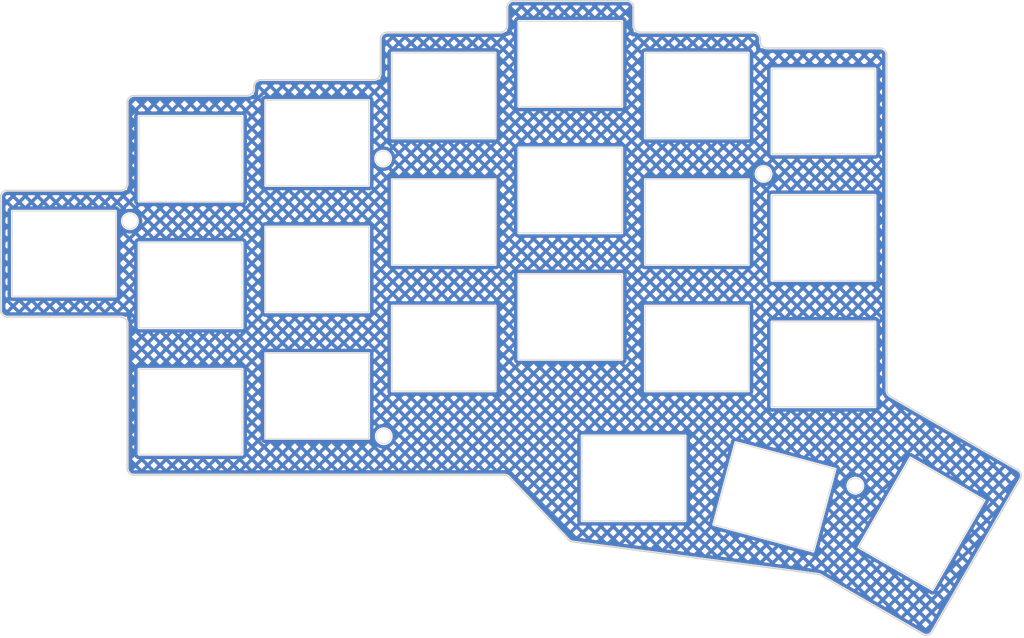
<source format=kicad_pcb>
(kicad_pcb (version 20211014) (generator pcbnew)
  (layers (0 "F.Cu" signal) (31 "B.Cu" signal) (34 "B.Paste" user) (35 "F.Paste" user) (36 "B.SilkS" user "B.Silkscreen") (37 "F.SilkS" user "F.Silkscreen") (38 "B.Mask" user) (39 "F.Mask" user) (44 "Edge.Cuts" user))
  (net 0 "")
  (footprint "kbd:SW_Hole_ALPS" (layer "F.Cu") (at 42.721463 76.099368)
    (fp_text reference "K18" hide)
    (fp_text value "KEYSW" hide)
    (fp_line (start -7.75 -6.4) (end -7.75 6.4) (layer "Edge.Cuts") (width 0.12))
    (fp_line (start 7.75 6.4) (end 7.75 -6.4) (layer "Edge.Cuts") (width 0.12))
    (fp_line (start 7.75 -6.4) (end -7.75 -6.4) (layer "Edge.Cuts") (width 0.12))
    (fp_line (start -7.75 6.4) (end 7.75 6.4) (layer "Edge.Cuts") (width 0.12))
  )
  (footprint "kbd:SW_Hole_ALPS" (layer "F.Cu") (at 118.721463 47.599367)
    (fp_text reference "K21" hide)
    (fp_text value "KEYSW" hide)
    (fp_line (start 7.75 6.4) (end 7.75 -6.4) (layer "Edge.Cuts") (width 0.12))
    (fp_line (start -7.75 6.4) (end 7.75 6.4) (layer "Edge.Cuts") (width 0.12))
    (fp_line (start 7.75 -6.4) (end -7.75 -6.4) (layer "Edge.Cuts") (width 0.12))
    (fp_line (start -7.75 -6.4) (end -7.75 6.4) (layer "Edge.Cuts") (width 0.12))
  )
  (footprint "kbd:SW_Hole_ALPS" (layer "F.Cu") (at 42.721463 57.099368)
    (fp_text reference "K14" hide)
    (fp_text value "KEYSW" hide)
    (fp_line (start -7.75 -6.4) (end -7.75 6.4) (layer "Edge.Cuts") (width 0.12))
    (fp_line (start -7.75 6.4) (end 7.75 6.4) (layer "Edge.Cuts") (width 0.12))
    (fp_line (start 7.75 -6.4) (end -7.75 -6.4) (layer "Edge.Cuts") (width 0.12))
    (fp_line (start 7.75 6.4) (end 7.75 -6.4) (layer "Edge.Cuts") (width 0.12))
  )
  (footprint "kbd:SW_Hole_ALPS" (layer "F.Cu") (at 61.721463 35.724368)
    (fp_text reference "K13" hide)
    (fp_text value "KEYSW" hide)
    (fp_line (start 7.75 -6.4) (end -7.75 -6.4) (layer "Edge.Cuts") (width 0.12))
    (fp_line (start -7.75 6.4) (end 7.75 6.4) (layer "Edge.Cuts") (width 0.12))
    (fp_line (start -7.75 -6.4) (end -7.75 6.4) (layer "Edge.Cuts") (width 0.12))
    (fp_line (start 7.75 6.4) (end 7.75 -6.4) (layer "Edge.Cuts") (width 0.12))
  )
  (footprint "kbd:SW_Hole_ALPS" (layer "F.Cu") (at 152.426296 92.925796 60)
    (fp_text reference "K22" hide)
    (fp_text value "KEYSW" hide)
    (fp_line (start -7.75 6.4) (end 7.75 6.4) (layer "Edge.Cuts") (width 0.12))
    (fp_line (start 7.75 -6.4) (end -7.75 -6.4) (layer "Edge.Cuts") (width 0.12))
    (fp_line (start -7.75 -6.4) (end -7.75 6.4) (layer "Edge.Cuts") (width 0.12))
    (fp_line (start 7.75 6.4) (end 7.75 -6.4) (layer "Edge.Cuts") (width 0.12))
  )
  (footprint "kbd:M2_Hole_Edge_Cut" (layer "F.Cu") (at 128.721463 40.374367)
    (fp_text reference "H8")
    (fp_text value "MountingHole")
    (fp_circle (center 0 0) (end 1.15 0) (layer "Edge.Cuts") (width 0.1) (fill none))
  )
  (footprint "kbd:SW_Hole_ALPS" (layer "F.Cu") (at 80.721463 66.599368)
    (fp_text reference "K9" hide)
    (fp_text value "KEYSW" hide)
    (fp_line (start 7.75 -6.4) (end -7.75 -6.4) (layer "Edge.Cuts") (width 0.12))
    (fp_line (start 7.75 6.4) (end 7.75 -6.4) (layer "Edge.Cuts") (width 0.12))
    (fp_line (start -7.75 6.4) (end 7.75 6.4) (layer "Edge.Cuts") (width 0.12))
    (fp_line (start -7.75 -6.4) (end -7.75 6.4) (layer "Edge.Cuts") (width 0.12))
  )
  (footprint "kbd:M2_Hole_Edge_Cut" (layer "F.Cu") (at 71.621463 38.074367)
    (fp_text reference "H4")
    (fp_text value "MountingHole")
    (fp_circle (center 0 0) (end 1.15 0) (layer "Edge.Cuts") (width 0.1) (fill none))
  )
  (footprint "kbd:SW_Hole_ALPS" (layer "F.Cu") (at 130.35654 88.881582 -15)
    (fp_text reference "K1" hide)
    (fp_text value "KEYSW" hide)
    (fp_line (start 7.75 -6.4) (end -7.75 -6.4) (layer "Edge.Cuts") (width 0.12))
    (fp_line (start 7.75 6.4) (end 7.75 -6.4) (layer "Edge.Cuts") (width 0.12))
    (fp_line (start -7.75 -6.4) (end -7.75 6.4) (layer "Edge.Cuts") (width 0.12))
    (fp_line (start -7.75 6.4) (end 7.75 6.4) (layer "Edge.Cuts") (width 0.12))
  )
  (footprint "kbd:SW_Hole_ALPS" (layer "F.Cu") (at 99.721463 23.849368)
    (fp_text reference "K11" hide)
    (fp_text value "KEYSW" hide)
    (fp_line (start -7.75 -6.4) (end -7.75 6.4) (layer "Edge.Cuts") (width 0.12))
    (fp_line (start 7.75 6.4) (end 7.75 -6.4) (layer "Edge.Cuts") (width 0.12))
    (fp_line (start -7.75 6.4) (end 7.75 6.4) (layer "Edge.Cuts") (width 0.12))
    (fp_line (start 7.75 -6.4) (end -7.75 -6.4) (layer "Edge.Cuts") (width 0.12))
  )
  (footprint "kbd:SW_Hole_ALPS" (layer "F.Cu") (at 42.721463 38.099368)
    (fp_text reference "K7" hide)
    (fp_text value "KEYSW" hide)
    (fp_line (start 7.75 6.4) (end 7.75 -6.4) (layer "Edge.Cuts") (width 0.12))
    (fp_line (start 7.75 -6.4) (end -7.75 -6.4) (layer "Edge.Cuts") (width 0.12))
    (fp_line (start -7.75 6.4) (end 7.75 6.4) (layer "Edge.Cuts") (width 0.12))
    (fp_line (start -7.75 -6.4) (end -7.75 6.4) (layer "Edge.Cuts") (width 0.12))
  )
  (footprint "kbd:SW_Hole_ALPS" (layer "F.Cu") (at 118.721463 66.599367)
    (fp_text reference "K12" hide)
    (fp_text value "KEYSW" hide)
    (fp_line (start 7.75 -6.4) (end -7.75 -6.4) (layer "Edge.Cuts") (width 0.12))
    (fp_line (start -7.75 -6.4) (end -7.75 6.4) (layer "Edge.Cuts") (width 0.12))
    (fp_line (start -7.75 6.4) (end 7.75 6.4) (layer "Edge.Cuts") (width 0.12))
    (fp_line (start 7.75 6.4) (end 7.75 -6.4) (layer "Edge.Cuts") (width 0.12))
  )
  (footprint "kbd:M2_Hole_Edge_Cut" (layer "F.Cu") (at 33.621463 47.474367)
    (fp_text reference "H3")
    (fp_text value "MountingHole")
    (fp_circle (center 0 0) (end 1.15 0) (layer "Edge.Cuts") (width 0.1) (fill none))
  )
  (footprint "kbd:SW_Hole_ALPS" (layer "F.Cu") (at 118.721463 28.599367)
    (fp_text reference "K16" hide)
    (fp_text value "KEYSW" hide)
    (fp_line (start 7.75 6.4) (end 7.75 -6.4) (layer "Edge.Cuts") (width 0.12))
    (fp_line (start 7.75 -6.4) (end -7.75 -6.4) (layer "Edge.Cuts") (width 0.12))
    (fp_line (start -7.75 -6.4) (end -7.75 6.4) (layer "Edge.Cuts") (width 0.12))
    (fp_line (start -7.75 6.4) (end 7.75 6.4) (layer "Edge.Cuts") (width 0.12))
  )
  (footprint "kbd:SW_Hole_ALPS" (layer "F.Cu") (at 80.721463 47.599368)
    (fp_text reference "K6" hide)
    (fp_text value "KEYSW" hide)
    (fp_line (start 7.75 6.4) (end 7.75 -6.4) (layer "Edge.Cuts") (width 0.12))
    (fp_line (start -7.75 6.4) (end 7.75 6.4) (layer "Edge.Cuts") (width 0.12))
    (fp_line (start 7.75 -6.4) (end -7.75 -6.4) (layer "Edge.Cuts") (width 0.12))
    (fp_line (start -7.75 -6.4) (end -7.75 6.4) (layer "Edge.Cuts") (width 0.12))
  )
  (footprint "kbd:SW_Hole_ALPS" (layer "F.Cu") (at 109.221463 86.099097)
    (fp_text reference "K5" hide)
    (fp_text value "KEYSW" hide)
    (fp_line (start 7.75 6.4) (end 7.75 -6.4) (layer "Edge.Cuts") (width 0.12))
    (fp_line (start -7.75 -6.4) (end -7.75 6.4) (layer "Edge.Cuts") (width 0.12))
    (fp_line (start -7.75 6.4) (end 7.75 6.4) (layer "Edge.Cuts") (width 0.12))
    (fp_line (start 7.75 -6.4) (end -7.75 -6.4) (layer "Edge.Cuts") (width 0.12))
  )
  (footprint "kbd:SW_Hole_ALPS" (layer "F.Cu") (at 137.721463 49.974367)
    (fp_text reference "K3" hide)
    (fp_text value "KEYSW" hide)
    (fp_line (start 7.75 6.4) (end 7.75 -6.4) (layer "Edge.Cuts") (width 0.12))
    (fp_line (start -7.75 6.4) (end 7.75 6.4) (layer "Edge.Cuts") (width 0.12))
    (fp_line (start 7.75 -6.4) (end -7.75 -6.4) (layer "Edge.Cuts") (width 0.12))
    (fp_line (start -7.75 -6.4) (end -7.75 6.4) (layer "Edge.Cuts") (width 0.12))
  )
  (footprint "kbd:SW_Hole_ALPS" (layer "F.Cu") (at 23.721464 52.349367)
    (fp_text reference "K10" hide)
    (fp_text value "KEYSW" hide)
    (fp_line (start -7.75 -6.4) (end -7.75 6.4) (layer "Edge.Cuts") (width 0.12))
    (fp_line (start -7.75 6.4) (end 7.75 6.4) (layer "Edge.Cuts") (width 0.12))
    (fp_line (start 7.75 -6.4) (end -7.75 -6.4) (layer "Edge.Cuts") (width 0.12))
    (fp_line (start 7.75 6.4) (end 7.75 -6.4) (layer "Edge.Cuts") (width 0.12))
  )
  (footprint "kbd:SW_Hole_ALPS" (layer "F.Cu") (at 99.721463 42.849368)
    (fp_text reference "K19" hide)
    (fp_text value "KEYSW" hide)
    (fp_line (start 7.75 -6.4) (end -7.75 -6.4) (layer "Edge.Cuts") (width 0.12))
    (fp_line (start -7.75 6.4) (end 7.75 6.4) (layer "Edge.Cuts") (width 0.12))
    (fp_line (start -7.75 -6.4) (end -7.75 6.4) (layer "Edge.Cuts") (width 0.12))
    (fp_line (start 7.75 6.4) (end 7.75 -6.4) (layer "Edge.Cuts") (width 0.12))
  )
  (footprint "kbd:SW_Hole_ALPS" (layer "F.Cu") (at 61.721463 73.724368)
    (fp_text reference "K8" hide)
    (fp_text value "KEYSW" hide)
    (fp_line (start 7.75 6.4) (end 7.75 -6.4) (layer "Edge.Cuts") (width 0.12))
    (fp_line (start -7.75 6.4) (end 7.75 6.4) (layer "Edge.Cuts") (width 0.12))
    (fp_line (start 7.75 -6.4) (end -7.75 -6.4) (layer "Edge.Cuts") (width 0.12))
    (fp_line (start -7.75 -6.4) (end -7.75 6.4) (layer "Edge.Cuts") (width 0.12))
  )
  (footprint "kbd:M2_Hole_Edge_Cut" (layer "F.Cu") (at 71.721463 79.774367)
    (fp_text reference "H5")
    (fp_text value "MountingHole")
    (fp_circle (center 0 0) (end 1.15 0) (layer "Edge.Cuts") (width 0.1) (fill none))
  )
  (footprint "kbd:SW_Hole_ALPS" (layer "F.Cu") (at 137.721463 30.974367)
    (fp_text reference "K4" hide)
    (fp_text value "KEYSW" hide)
    (fp_line (start 7.75 6.4) (end 7.75 -6.4) (layer "Edge.Cuts") (width 0.12))
    (fp_line (start -7.75 -6.4) (end -7.75 6.4) (layer "Edge.Cuts") (width 0.12))
    (fp_line (start 7.75 -6.4) (end -7.75 -6.4) (layer "Edge.Cuts") (width 0.12))
    (fp_line (start -7.75 6.4) (end 7.75 6.4) (layer "Edge.Cuts") (width 0.12))
  )
  (footprint "kbd:SW_Hole_ALPS" (layer "F.Cu") (at 137.721463 68.974367)
    (fp_text reference "K2" hide)
    (fp_text value "KEYSW" hide)
    (fp_line (start -7.75 6.4) (end 7.75 6.4) (layer "Edge.Cuts") (width 0.12))
    (fp_line (start 7.75 -6.4) (end -7.75 -6.4) (layer "Edge.Cuts") (width 0.12))
    (fp_line (start 7.75 6.4) (end 7.75 -6.4) (layer "Edge.Cuts") (width 0.12))
    (fp_line (start -7.75 -6.4) (end -7.75 6.4) (layer "Edge.Cuts") (width 0.12))
  )
  (footprint "kbd:SW_Hole_ALPS" (layer "F.Cu") (at 99.721463 61.849368)
    (fp_text reference "K15" hide)
    (fp_text value "KEYSW" hide)
    (fp_line (start -7.75 -6.4) (end -7.75 6.4) (layer "Edge.Cuts") (width 0.12))
    (fp_line (start 7.75 -6.4) (end -7.75 -6.4) (layer "Edge.Cuts") (width 0.12))
    (fp_line (start -7.75 6.4) (end 7.75 6.4) (layer "Edge.Cuts") (width 0.12))
    (fp_line (start 7.75 6.4) (end 7.75 -6.4) (layer "Edge.Cuts") (width 0.12))
  )
  (footprint "kbd:M2_Hole_Edge_Cut" (layer "F.Cu") (at 142.507505 87.19918)
    (fp_text reference "H9")
    (fp_text value "MountingHole")
    (fp_circle (center 0 0) (end 1.15 0) (layer "Edge.Cuts") (width 0.1) (fill none))
  )
  (footprint "kbd:SW_Hole_ALPS" (layer "F.Cu") (at 61.721463 54.724368)
    (fp_text reference "K17" hide)
    (fp_text value "KEYSW" hide)
    (fp_line (start -7.75 6.4) (end 7.75 6.4) (layer "Edge.Cuts") (width 0.12))
    (fp_line (start -7.75 -6.4) (end -7.75 6.4) (layer "Edge.Cuts") (width 0.12))
    (fp_line (start 7.75 -6.4) (end -7.75 -6.4) (layer "Edge.Cuts") (width 0.12))
    (fp_line (start 7.75 6.4) (end 7.75 -6.4) (layer "Edge.Cuts") (width 0.12))
  )
  (footprint "kbd:SW_Hole_ALPS" (layer "F.Cu") (at 80.721463 28.599368)
    (fp_text reference "K20" hide)
    (fp_text value "KEYSW" hide)
    (fp_line (start 7.75 6.4) (end 7.75 -6.4) (layer "Edge.Cuts") (width 0.12))
    (fp_line (start -7.75 -6.4) (end -7.75 6.4) (layer "Edge.Cuts") (width 0.12))
    (fp_line (start 7.75 -6.4) (end -7.75 -6.4) (layer "Edge.Cuts") (width 0.12))
    (fp_line (start -7.75 6.4) (end 7.75 6.4) (layer "Edge.Cuts") (width 0.12))
  )
  (gr_arc (start 89.796623 85.599366) (mid 90.187011 85.679618) (end 90.514076 85.907372) (layer "Edge.Cuts") (width 0.2))
  (gr_arc (start 166.912511 84.834934) (mid 167.378437 85.442141) (end 167.278537 86.20096) (layer "Edge.Cuts") (width 0.2))
  (gr_arc (start 90.221463 18.099368) (mid 89.92857 18.806475) (end 89.221463 19.099368) (layer "Edge.Cuts") (width 0.2))
  (gr_line (start 15.221464 42.849368) (end 32.221465 42.849368) (layer "Edge.Cuts") (width 0.2))
  (gr_line (start 33.221463 84.609762) (end 33.221463 62.849367) (layer "Edge.Cuts") (width 0.2))
  (gr_line (start 99.480311 95.345258) (end 90.514076 85.907372) (layer "Edge.Cuts") (width 0.2))
  (gr_line (start 147.721463 73.754978) (end 166.912511 84.834934) (layer "Edge.Cuts") (width 0.2))
  (gr_line (start 147.221463 22.474368) (end 147.221463 72.888952) (layer "Edge.Cuts") (width 0.2))
  (gr_arc (start 52.221466 27.599371) (mid 51.928571 28.306477) (end 51.221463 28.599368) (layer "Edge.Cuts") (width 0.2))
  (gr_arc (start 71.221463 25.224368) (mid 70.92857 25.931475) (end 70.221463 26.224368) (layer "Edge.Cuts") (width 0.2))
  (gr_line (start 52.221463 27.599368) (end 52.221463 27.224367) (layer "Edge.Cuts") (width 0.2))
  (gr_line (start 71.221463 25.224368) (end 71.221463 20.099368) (layer "Edge.Cuts") (width 0.2))
  (gr_arc (start 146.221463 21.474368) (mid 146.92857 21.767261) (end 147.221463 22.474368) (layer "Edge.Cuts") (width 0.2))
  (gr_arc (start 108.221463 14.349368) (mid 108.92857 14.642261) (end 109.221463 15.349368) (layer "Edge.Cuts") (width 0.2))
  (gr_line (start 110.221463 19.099367) (end 127.221463 19.099367) (layer "Edge.Cuts") (width 0.2))
  (gr_line (start 89.796623 85.599366) (end 51.221463 85.599366) (layer "Edge.Cuts") (width 0.2))
  (gr_line (start 152.662511 109.516658) (end 137.244527 100.615081) (layer "Edge.Cuts") (width 0.2))
  (gr_arc (start 110.221462 19.099368) (mid 109.514356 18.806474) (end 109.221463 18.099367) (layer "Edge.Cuts") (width 0.2))
  (gr_arc (start 34.211068 85.599367) (mid 33.511312 85.309518) (end 33.221463 84.609762) (layer "Edge.Cuts") (width 0.2))
  (gr_line (start 51.221463 85.599366) (end 34.211068 85.599366) (layer "Edge.Cuts") (width 0.2))
  (gr_arc (start 52.221463 27.224368) (mid 52.514356 26.517261) (end 53.221463 26.224368) (layer "Edge.Cuts") (width 0.2))
  (gr_line (start 53.221463 26.224368) (end 70.221463 26.224368) (layer "Edge.Cuts") (width 0.2))
  (gr_line (start 14.221465 60.849368) (end 14.221465 43.849369) (layer "Edge.Cuts") (width 0.2))
  (gr_arc (start 15.221464 61.849367) (mid 14.514358 61.556474) (end 14.221465 60.849368) (layer "Edge.Cuts") (width 0.2))
  (gr_arc (start 14.221465 43.849369) (mid 14.514358 43.142262) (end 15.221464 42.849368) (layer "Edge.Cuts") (width 0.2))
  (gr_arc (start 32.221466 61.849364) (mid 32.928572 62.142259) (end 33.221463 62.849367) (layer "Edge.Cuts") (width 0.2))
  (gr_arc (start 129.221463 21.474367) (mid 128.514356 21.181474) (end 128.221463 20.474367) (layer "Edge.Cuts") (width 0.2))
  (gr_arc (start 33.221465 41.84937) (mid 32.928571 42.556475) (end 32.221464 42.849367) (layer "Edge.Cuts") (width 0.2))
  (gr_arc (start 90.221463 15.349368) (mid 90.514356 14.642261) (end 91.221463 14.349368) (layer "Edge.Cuts") (width 0.2))
  (gr_arc (start 127.221463 19.099367) (mid 127.92857 19.39226) (end 128.221463 20.099367) (layer "Edge.Cuts") (width 0.2))
  (gr_arc (start 100.068595 95.644797) (mid 99.748739 95.545528) (end 99.480311 95.345258) (layer "Edge.Cuts") (width 0.2))
  (gr_line (start 136.878894 100.490965) (end 100.068595 95.644797) (layer "Edge.Cuts") (width 0.2))
  (gr_line (start 109.221463 15.349368) (end 109.221463 18.099367) (layer "Edge.Cuts") (width 0.2))
  (gr_line (start 128.221463 20.099367) (end 128.221463 20.474367) (layer "Edge.Cuts") (width 0.2))
  (gr_arc (start 33.221464 29.599368) (mid 33.514357 28.892261) (end 34.221464 28.599368) (layer "Edge.Cuts") (width 0.2))
  (gr_line (start 33.221464 41.849368) (end 33.221464 29.599368) (layer "Edge.Cuts") (width 0.2))
  (gr_line (start 129.221463 21.474367) (end 146.221463 21.474368) (layer "Edge.Cuts") (width 0.2))
  (gr_line (start 167.278537 86.20096) (end 154.028537 109.150633) (layer "Edge.Cuts") (width 0.2))
  (gr_arc (start 136.878894 100.490965) (mid 137.067823 100.535017) (end 137.244527 100.615081) (layer "Edge.Cuts") (width 0.2))
  (gr_arc (start 147.721463 73.754977) (mid 147.355438 73.388952) (end 147.221463 72.888952) (layer "Edge.Cuts") (width 0.2))
  (gr_arc (start 71.221462 20.099368) (mid 71.514356 19.392261) (end 72.221463 19.099367) (layer "Edge.Cuts") (width 0.2))
  (gr_line (start 90.221463 18.099368) (end 90.221463 15.349368) (layer "Edge.Cuts") (width 0.2))
  (gr_line (start 32.221464 61.849368) (end 15.221464 61.849368) (layer "Edge.Cuts") (width 0.2))
  (gr_line (start 91.221463 14.349368) (end 108.221463 14.349368) (layer "Edge.Cuts") (width 0.2))
  (gr_line (start 72.221463 19.099367) (end 89.221463 19.099368) (layer "Edge.Cuts") (width 0.2))
  (gr_arc (start 154.028536 109.150633) (mid 153.42133 109.616559) (end 152.662511 109.516658) (layer "Edge.Cuts") (width 0.2))
  (gr_line (start 34.221464 28.599368) (end 51.221463 28.599368) (layer "Edge.Cuts") (width 0.2))
  (zone (net 0) (net_name "") (layers F&B.Cu) (priority 1) (connect_pads (clearance 0.2)) (min_thickness 0.25) (fill yes (mode hatch) (thermal_gap 0.5) (thermal_bridge_width 0.5) (hatch_thickness 0.5) (hatch_gap 0.8) (hatch_orientation 45) (hatch_border_algorithm hatch_thickness) (hatch_min_hole_area 0.3))
    (polygon (pts (xy 109.221463 19.104952) (xy 128.221463 19.104952) (xy 128.221463 21.504952) (xy 147.221463 21.504952) (xy 147.221463 23.804952) (xy 147.721464 73.349367) (xy 167.821463 85.204952) (xy 153.421463 109.904952) (xy 137.021463 100.504952) (xy 99.721463 95.504952) (xy 90.121463 85.504952) (xy 33.221463 85.604952) (xy 33.221463 61.804952) (xy 14.121463 61.804952) (xy 14.221463 42.904952) (xy 33.221463 42.804952) (xy 33.221463 28.504952) (xy 52.221463 28.504952) (xy 52.221463 26.204952) (xy 71.221463 26.204952) (xy 71.221463 19.004952) (xy 90.221463 19.004952) (xy 90.221463 14.304952) (xy 109.221463 14.304952)))
  )
)
</source>
